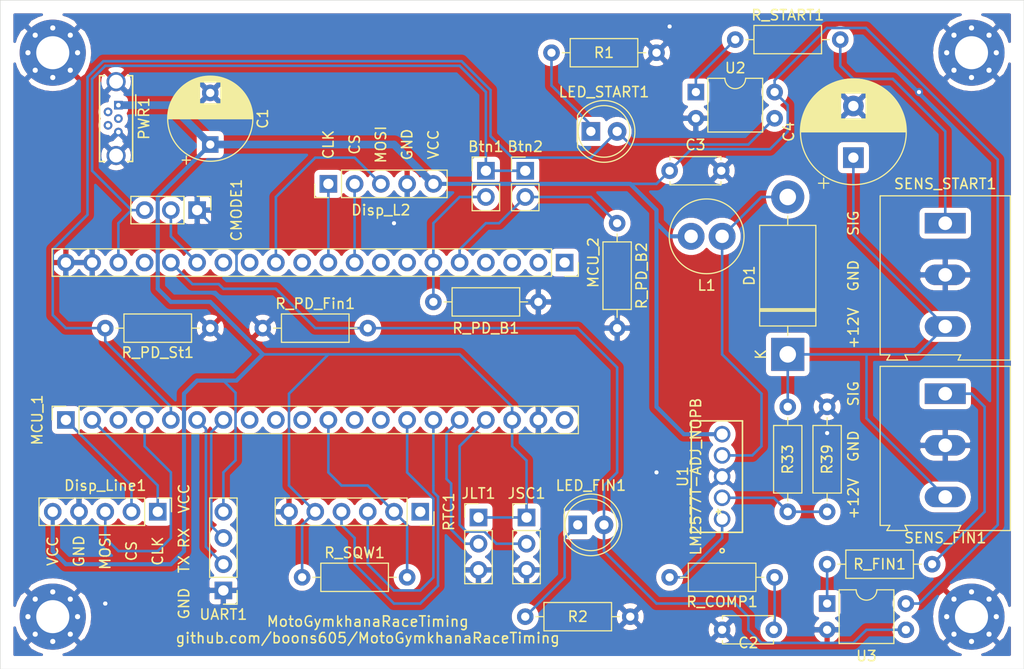
<source format=kicad_pcb>
(kicad_pcb (version 20171130) (host pcbnew "(5.1.6)-1")
  (layers (0 F.Cu signal) (31 B.Cu signal) (34 B.Paste user) (35 F.Paste user) (36 B.SilkS user) (37 F.SilkS user) (38 B.Mask user) (39 F.Mask user) (44 Edge.Cuts user))
  (net 0 "")
  (net 1 "Net-(C1-Pad2)")
  (net 2 "Net-(C1-Pad1)")
  (net 3 "Net-(C2-Pad2)")
  (net 4 "Net-(C4-Pad1)")
  (net 5 "Net-(D1-Pad2)")
  (net 6 "Net-(Disp_L2-Pad3)")
  (net 7 "Net-(Disp_L2-Pad2)")
  (net 8 "Net-(Disp_L2-Pad1)")
  (net 9 "Net-(Disp_Line1-Pad3)")
  (net 10 "Net-(Disp_Line1-Pad2)")
  (net 11 "Net-(Disp_Line1-Pad1)")
  (net 12 "Net-(LED_FIN1-Pad2)")
  (net 13 "Net-(LED_FIN1-Pad1)")
  (net 14 "Net-(LED_START1-Pad2)")
  (net 15 "Net-(LED_START1-Pad1)")
  (net 16 "Net-(MCU_1-Pad20)")
  (net 17 "Net-(MCU_1-Pad15)")
  (net 18 "Net-(MCU_1-Pad14)")
  (net 19 "Net-(MCU_1-Pad13)")
  (net 20 "Net-(MCU_1-Pad12)")
  (net 21 "Net-(MCU_1-Pad11)")
  (net 22 "Net-(MCU_1-Pad10)")
  (net 23 "Net-(MCU_1-Pad9)")
  (net 24 "Net-(MCU_1-Pad8)")
  (net 25 "Net-(MCU_1-Pad7)")
  (net 26 "Net-(MCU_1-Pad6)")
  (net 27 "Net-(MCU_1-Pad3)")
  (net 28 "Net-(MCU_2-Pad17)")
  (net 29 "Net-(MCU_2-Pad14)")
  (net 30 "Net-(MCU_2-Pad13)")
  (net 31 "Net-(MCU_2-Pad7)")
  (net 32 "Net-(MCU_2-Pad4)")
  (net 33 "Net-(MCU_2-Pad3)")
  (net 34 "Net-(MCU_2-Pad2)")
  (net 35 "Net-(MCU_2-Pad1)")
  (net 36 "Net-(PWR1-Pad4)")
  (net 37 "Net-(PWR1-Pad3)")
  (net 38 "Net-(PWR1-Pad2)")
  (net 39 "Net-(R_COMP1-Pad2)")
  (net 40 "Net-(R_FIN1-Pad2)")
  (net 41 "Net-(R_FIN1-Pad1)")
  (net 42 "Net-(R_START1-Pad2)")
  (net 43 "Net-(R_START1-Pad1)")
  (net 44 "Net-(RTC1-Pad1)")
  (net 45 "Net-(JLT1-Pad2)")
  (net 46 "Net-(JSC1-Pad2)")
  (net 47 "Net-(MCU_2-Pad8)")
  (net 48 "Net-(MCU_2-Pad11)")
  (net 49 "Net-(CMODE1-Pad2)")
  (net 50 "Net-(Btn1-Pad2)")
  (net 51 "Net-(Btn1-Pad1)")
  (net 52 "Net-(Btn2-Pad2)")
  (net 53 "Net-(R33-Pad1)")
  (module MotoGymkhanaRaceTiming:SensorConnector (layer F.Cu) (at 191.77 81.28 270)
    (fp_text reference SENS_START1 (at -3.81 0 180) (layer F.SilkS))
    (fp_text value Screw_Terminal_01x03)
    (fp_text user SIG (at 0 8.89 90) (layer F.SilkS))
    (fp_text user +12V (at 10.16 8.89 90) (layer F.SilkS))
    (fp_text user GND (at 5.08 8.89 90) (layer F.SilkS))
    (pad 3 thru_hole oval (at 10 0 270) (size 1.98 3.96) (drill 1.32) (layers *.Cu *.Mask) (net 4 "Net-(C4-Pad1)"))
    (pad 2 thru_hole oval (at 5 0 270) (size 1.98 3.96) (drill 1.32) (layers *.Cu *.Mask) (net 1 "Net-(C1-Pad2)"))
    (pad 1 thru_hole rect (at 0 0 270) (size 1.98 3.96) (drill 1.32) (layers *.Cu *.Mask) (net 42 "Net-(R_START1-Pad2)"))
  )
  (module MotoGymkhanaRaceTiming:SensorConnector (layer F.Cu) (at 191.77 97.79 270)
    (fp_text reference SENS_FIN1 (at 13.97 0 180) (layer F.SilkS))
    (fp_text value Screw_Terminal_01x03)
    (fp_text user SIG (at 0 8.89 90) (layer F.SilkS))
    (fp_text user +12V (at 10.16 8.89 90) (layer F.SilkS))
    (fp_text user GND (at 5.08 8.89 90) (layer F.SilkS))
    (pad 3 thru_hole oval (at 10 0 270) (size 1.98 3.96) (drill 1.32) (layers *.Cu *.Mask) (net 4 "Net-(C4-Pad1)"))
    (pad 2 thru_hole oval (at 5 0 270) (size 1.98 3.96) (drill 1.32) (layers *.Cu *.Mask) (net 1 "Net-(C1-Pad2)"))
    (pad 1 thru_hole rect (at 0 0 270) (size 1.98 3.96) (drill 1.32) (layers *.Cu *.Mask) (net 41 "Net-(R_FIN1-Pad1)"))
  )
  (module MotoGymkhanaRaceTiming:UART (layer F.Cu) (at 121.92 116.84 180)
    (fp_text reference UART1 (at 0 -2.33) (layer F.SilkS))
    (fp_text value Conn_01x04_Male)
    (fp_text user TX (at 3.81 2.54 90) (layer F.SilkS))
    (fp_text user RX (at 3.81 5.08 90) (layer F.SilkS))
    (fp_text user GND (at 3.81 -1.27 90) (layer F.SilkS))
    (fp_text user VCC (at 3.81 8.89 90) (layer F.SilkS))
    (pad 4 thru_hole oval (at 0 7.62 180) (size 1.7 1.7) (drill 1) (layers *.Cu *.Mask) (net 2 "Net-(C1-Pad1)"))
    (pad 3 thru_hole oval (at 0 5.08 180) (size 1.7 1.7) (drill 1) (layers *.Cu *.Mask) (net 25 "Net-(MCU_1-Pad7)"))
    (pad 2 thru_hole oval (at 0 2.54 180) (size 1.7 1.7) (drill 1) (layers *.Cu *.Mask) (net 26 "Net-(MCU_1-Pad6)"))
    (pad 1 thru_hole rect (at 0 0 180) (size 1.7 1.7) (drill 1) (layers *.Cu *.Mask) (net 1 "Net-(C1-Pad2)"))
  )
  (module MotoGymkhanaRaceTiming:DisplayLineConnector (layer F.Cu) (at 115.57 109.22 270)
    (fp_text reference Disp_Line1 (at -2.54 5.08 180) (layer F.SilkS))
    (fp_text value Conn_01x05_Male)
    (fp_text user CLK (at 3.81 0 90) (layer F.SilkS))
    (fp_text user CS (at 3.81 2.54 90) (layer F.SilkS))
    (fp_text user MOSI (at 3.81 5.08 90) (layer F.SilkS))
    (fp_text user GND (at 3.81 7.62 90) (layer F.SilkS))
    (fp_text user VCC (at 3.81 10.16 90) (layer F.SilkS))
    (pad 5 thru_hole oval (at 0 10.16 270) (size 1.7 1.7) (drill 1) (layers *.Cu *.Mask) (net 2 "Net-(C1-Pad1)"))
    (pad 4 thru_hole oval (at 0 7.62 270) (size 1.7 1.7) (drill 1) (layers *.Cu *.Mask) (net 1 "Net-(C1-Pad2)"))
    (pad 3 thru_hole oval (at 0 5.08 270) (size 1.7 1.7) (drill 1) (layers *.Cu *.Mask) (net 9 "Net-(Disp_Line1-Pad3)"))
    (pad 2 thru_hole oval (at 0 2.54 270) (size 1.7 1.7) (drill 1) (layers *.Cu *.Mask) (net 10 "Net-(Disp_Line1-Pad2)"))
    (pad 1 thru_hole rect (at 0 0 270) (size 1.7 1.7) (drill 1) (layers *.Cu *.Mask) (net 11 "Net-(Disp_Line1-Pad1)"))
  )
  (module MotoGymkhanaRaceTiming:DisplayLineConnector (layer F.Cu) (at 132.08 77.47 90)
    (fp_text reference Disp_L2 (at -2.54 5.08 180) (layer F.SilkS))
    (fp_text value Conn_01x05_Male)
    (fp_text user CLK (at 3.81 0 90) (layer F.SilkS))
    (fp_text user CS (at 3.81 2.54 90) (layer F.SilkS))
    (fp_text user MOSI (at 3.81 5.08 90) (layer F.SilkS))
    (fp_text user GND (at 3.81 7.62 90) (layer F.SilkS))
    (fp_text user VCC (at 3.81 10.16 90) (layer F.SilkS))
    (pad 5 thru_hole oval (at 0 10.16 90) (size 1.7 1.7) (drill 1) (layers *.Cu *.Mask) (net 2 "Net-(C1-Pad1)"))
    (pad 4 thru_hole oval (at 0 7.62 90) (size 1.7 1.7) (drill 1) (layers *.Cu *.Mask) (net 1 "Net-(C1-Pad2)"))
    (pad 3 thru_hole oval (at 0 5.08 90) (size 1.7 1.7) (drill 1) (layers *.Cu *.Mask) (net 6 "Net-(Disp_L2-Pad3)"))
    (pad 2 thru_hole oval (at 0 2.54 90) (size 1.7 1.7) (drill 1) (layers *.Cu *.Mask) (net 7 "Net-(Disp_L2-Pad2)"))
    (pad 1 thru_hole rect (at 0 0 90) (size 1.7 1.7) (drill 1) (layers *.Cu *.Mask) (net 8 "Net-(Disp_L2-Pad1)"))
  )
  (module MountingHole:MountingHole_3.2mm_M3_Pad_Via (layer F.Cu) (at 105.41 64.77)
    (fp_text reference H4 hide)
    (fp_text value MountingHole_Pad)
    (pad 1 thru_hole circle (at 1.697056 -1.697056) (size 0.8 0.8) (drill 0.5) (layers *.Cu *.Mask) (net 1 "Net-(C1-Pad2)"))
    (pad 1 thru_hole circle (at 0 -2.4) (size 0.8 0.8) (drill 0.5) (layers *.Cu *.Mask) (net 1 "Net-(C1-Pad2)"))
    (pad 1 thru_hole circle (at -1.697056 -1.697056) (size 0.8 0.8) (drill 0.5) (layers *.Cu *.Mask) (net 1 "Net-(C1-Pad2)"))
    (pad 1 thru_hole circle (at -2.4 0) (size 0.8 0.8) (drill 0.5) (layers *.Cu *.Mask) (net 1 "Net-(C1-Pad2)"))
    (pad 1 thru_hole circle (at -1.697056 1.697056) (size 0.8 0.8) (drill 0.5) (layers *.Cu *.Mask) (net 1 "Net-(C1-Pad2)"))
    (pad 1 thru_hole circle (at 0 2.4) (size 0.8 0.8) (drill 0.5) (layers *.Cu *.Mask) (net 1 "Net-(C1-Pad2)"))
    (pad 1 thru_hole circle (at 1.697056 1.697056) (size 0.8 0.8) (drill 0.5) (layers *.Cu *.Mask) (net 1 "Net-(C1-Pad2)"))
    (pad 1 thru_hole circle (at 2.4 0) (size 0.8 0.8) (drill 0.5) (layers *.Cu *.Mask) (net 1 "Net-(C1-Pad2)"))
    (pad 1 thru_hole circle (at 0 0) (size 6.4 6.4) (drill 3.2) (layers *.Cu *.Mask) (net 1 "Net-(C1-Pad2)"))
  )
  (module Capacitor_THT:CP_Radial_D8.0mm_P5.00mm (layer F.Cu) (at 120.65 73.66 90)
    (fp_text reference C1 (at 2.5 5.08 90) (layer F.SilkS))
    (fp_text value 100uF)
    (pad 2 thru_hole circle (at 5 0 90) (size 1.6 1.6) (drill 0.8) (layers *.Cu *.Mask) (net 1 "Net-(C1-Pad2)"))
    (pad 1 thru_hole rect (at 0 0 90) (size 1.6 1.6) (drill 0.8) (layers *.Cu *.Mask) (net 2 "Net-(C1-Pad1)"))
  )
  (module MountingHole:MountingHole_3.2mm_M3_Pad_Via (layer F.Cu) (at 105.41 119.38)
    (fp_text reference H3 hide)
    (fp_text value MountingHole_Pad)
    (pad 1 thru_hole circle (at 1.697056 -1.697056) (size 0.8 0.8) (drill 0.5) (layers *.Cu *.Mask) (net 1 "Net-(C1-Pad2)"))
    (pad 1 thru_hole circle (at 0 -2.4) (size 0.8 0.8) (drill 0.5) (layers *.Cu *.Mask) (net 1 "Net-(C1-Pad2)"))
    (pad 1 thru_hole circle (at -1.697056 -1.697056) (size 0.8 0.8) (drill 0.5) (layers *.Cu *.Mask) (net 1 "Net-(C1-Pad2)"))
    (pad 1 thru_hole circle (at -2.4 0) (size 0.8 0.8) (drill 0.5) (layers *.Cu *.Mask) (net 1 "Net-(C1-Pad2)"))
    (pad 1 thru_hole circle (at -1.697056 1.697056) (size 0.8 0.8) (drill 0.5) (layers *.Cu *.Mask) (net 1 "Net-(C1-Pad2)"))
    (pad 1 thru_hole circle (at 0 2.4) (size 0.8 0.8) (drill 0.5) (layers *.Cu *.Mask) (net 1 "Net-(C1-Pad2)"))
    (pad 1 thru_hole circle (at 1.697056 1.697056) (size 0.8 0.8) (drill 0.5) (layers *.Cu *.Mask) (net 1 "Net-(C1-Pad2)"))
    (pad 1 thru_hole circle (at 2.4 0) (size 0.8 0.8) (drill 0.5) (layers *.Cu *.Mask) (net 1 "Net-(C1-Pad2)"))
    (pad 1 thru_hole circle (at 0 0) (size 6.4 6.4) (drill 3.2) (layers *.Cu *.Mask) (net 1 "Net-(C1-Pad2)"))
  )
  (module MountingHole:MountingHole_3.2mm_M3_Pad_Via (layer F.Cu) (at 194.31 119.38)
    (fp_text reference H2 hide)
    (fp_text value MountingHole_Pad)
    (pad 1 thru_hole circle (at 1.697056 -1.697056) (size 0.8 0.8) (drill 0.5) (layers *.Cu *.Mask) (net 1 "Net-(C1-Pad2)"))
    (pad 1 thru_hole circle (at 0 -2.4) (size 0.8 0.8) (drill 0.5) (layers *.Cu *.Mask) (net 1 "Net-(C1-Pad2)"))
    (pad 1 thru_hole circle (at -1.697056 -1.697056) (size 0.8 0.8) (drill 0.5) (layers *.Cu *.Mask) (net 1 "Net-(C1-Pad2)"))
    (pad 1 thru_hole circle (at -2.4 0) (size 0.8 0.8) (drill 0.5) (layers *.Cu *.Mask) (net 1 "Net-(C1-Pad2)"))
    (pad 1 thru_hole circle (at -1.697056 1.697056) (size 0.8 0.8) (drill 0.5) (layers *.Cu *.Mask) (net 1 "Net-(C1-Pad2)"))
    (pad 1 thru_hole circle (at 0 2.4) (size 0.8 0.8) (drill 0.5) (layers *.Cu *.Mask) (net 1 "Net-(C1-Pad2)"))
    (pad 1 thru_hole circle (at 1.697056 1.697056) (size 0.8 0.8) (drill 0.5) (layers *.Cu *.Mask) (net 1 "Net-(C1-Pad2)"))
    (pad 1 thru_hole circle (at 2.4 0) (size 0.8 0.8) (drill 0.5) (layers *.Cu *.Mask) (net 1 "Net-(C1-Pad2)"))
    (pad 1 thru_hole circle (at 0 0) (size 6.4 6.4) (drill 3.2) (layers *.Cu *.Mask) (net 1 "Net-(C1-Pad2)"))
  )
  (module MountingHole:MountingHole_3.2mm_M3_Pad_Via (layer F.Cu) (at 194.31 64.77)
    (fp_text reference H1 hide)
    (fp_text value MountingHole_Pad)
    (pad 1 thru_hole circle (at 1.697056 -1.697056) (size 0.8 0.8) (drill 0.5) (layers *.Cu *.Mask) (net 1 "Net-(C1-Pad2)"))
    (pad 1 thru_hole circle (at 0 -2.4) (size 0.8 0.8) (drill 0.5) (layers *.Cu *.Mask) (net 1 "Net-(C1-Pad2)"))
    (pad 1 thru_hole circle (at -1.697056 -1.697056) (size 0.8 0.8) (drill 0.5) (layers *.Cu *.Mask) (net 1 "Net-(C1-Pad2)"))
    (pad 1 thru_hole circle (at -2.4 0) (size 0.8 0.8) (drill 0.5) (layers *.Cu *.Mask) (net 1 "Net-(C1-Pad2)"))
    (pad 1 thru_hole circle (at -1.697056 1.697056) (size 0.8 0.8) (drill 0.5) (layers *.Cu *.Mask) (net 1 "Net-(C1-Pad2)"))
    (pad 1 thru_hole circle (at 0 2.4) (size 0.8 0.8) (drill 0.5) (layers *.Cu *.Mask) (net 1 "Net-(C1-Pad2)"))
    (pad 1 thru_hole circle (at 1.697056 1.697056) (size 0.8 0.8) (drill 0.5) (layers *.Cu *.Mask) (net 1 "Net-(C1-Pad2)"))
    (pad 1 thru_hole circle (at 2.4 0) (size 0.8 0.8) (drill 0.5) (layers *.Cu *.Mask) (net 1 "Net-(C1-Pad2)"))
    (pad 1 thru_hole circle (at 0 0) (size 6.4 6.4) (drill 3.2) (layers *.Cu *.Mask) (net 1 "Net-(C1-Pad2)"))
  )
  (module Capacitor_THT:CP_Radial_D10.0mm_P5.00mm (layer F.Cu) (at 182.88 74.93 90)
    (fp_text reference C4 (at 2.5 -6.25 90) (layer F.SilkS))
    (fp_text value 680uF)
    (pad 2 thru_hole circle (at 5 0 90) (size 2 2) (drill 1) (layers *.Cu *.Mask) (net 1 "Net-(C1-Pad2)"))
    (pad 1 thru_hole rect (at 0 0 90) (size 2 2) (drill 1) (layers *.Cu *.Mask) (net 4 "Net-(C4-Pad1)"))
  )
  (module Resistor_THT:R_Axial_DIN0207_L6.3mm_D2.5mm_P10.16mm_Horizontal (layer F.Cu) (at 171.45 63.5)
    (fp_text reference R_START1 (at 5.08 -2.37) (layer F.SilkS))
    (fp_text value 470)
    (pad 2 thru_hole oval (at 10.16 0) (size 1.6 1.6) (drill 0.8) (layers *.Cu *.Mask) (net 42 "Net-(R_START1-Pad2)"))
    (pad 1 thru_hole circle (at 0 0) (size 1.6 1.6) (drill 0.8) (layers *.Cu *.Mask) (net 43 "Net-(R_START1-Pad1)"))
  )
  (module Connector_PinHeader_2.54mm:PinHeader_1x03_P2.54mm_Vertical (layer F.Cu) (at 146.605001 109.775001)
    (fp_text reference JLT1 (at 0 -2.33) (layer F.SilkS))
    (fp_text value Conn_01x03_Male)
    (pad 3 thru_hole oval (at 0 5.08) (size 1.7 1.7) (drill 1) (layers *.Cu *.Mask) (net 1 "Net-(C1-Pad2)"))
    (pad 2 thru_hole oval (at 0 2.54) (size 1.7 1.7) (drill 1) (layers *.Cu *.Mask) (net 45 "Net-(JLT1-Pad2)"))
    (pad 1 thru_hole rect (at 0 0) (size 1.7 1.7) (drill 1) (layers *.Cu *.Mask) (net 2 "Net-(C1-Pad1)"))
  )
  (module footprints:LM2577T-ADJ&slash_NOPB (layer F.Cu) (at 170.18 109.22 90)
    (fp_text reference U1 (at 3.4036 -3.81 90) (layer F.SilkS))
    (fp_text value LM2577T-ADJ_NOPB (at 3.4036 -2.54 90) (layer F.SilkS))
    (fp_text user * (at 0 0 90) (layer F.SilkS))
    (pad 5 thru_hole circle (at 7.5072 0 90) (size 1.6002 1.6002) (drill 1.0922) (layers *.Cu *.Mask) (net 2 "Net-(C1-Pad1)"))
    (pad 4 thru_hole circle (at 5.4554 0 90) (size 1.6002 1.6002) (drill 1.0922) (layers *.Cu *.Mask) (net 5 "Net-(D1-Pad2)"))
    (pad 3 thru_hole circle (at 3.4036 0 90) (size 1.6002 1.6002) (drill 1.0922) (layers *.Cu *.Mask) (net 1 "Net-(C1-Pad2)"))
    (pad 2 thru_hole circle (at 1.3518 0 90) (size 1.6002 1.6002) (drill 1.0922) (layers *.Cu *.Mask) (net 53 "Net-(R33-Pad1)"))
    (pad 1 thru_hole circle (at -0.7 0 90) (size 1.6002 1.6002) (drill 1.0922) (layers *.Cu *.Mask) (net 39 "Net-(R_COMP1-Pad2)"))
  )
  (module Inductor_THT:L_Radial_D7.0mm_P3.00mm (layer F.Cu) (at 170.18 82.55 180)
    (fp_text reference L1 (at 1.5 -4.75) (layer F.SilkS))
    (fp_text value 100uH)
    (pad 2 thru_hole circle (at 3 0 180) (size 2.6 2.6) (drill 1.3) (layers *.Cu *.Mask) (net 2 "Net-(C1-Pad1)"))
    (pad 1 thru_hole circle (at 0 0 180) (size 2.6 2.6) (drill 1.3) (layers *.Cu *.Mask) (net 5 "Net-(D1-Pad2)"))
  )
  (module Capacitor_THT:C_Disc_D4.7mm_W2.5mm_P5.00mm (layer F.Cu) (at 165.1 76.2)
    (fp_text reference C3 (at 2.5 -2.5) (layer F.SilkS))
    (fp_text value 0.1uF)
    (pad 2 thru_hole circle (at 5 0) (size 1.6 1.6) (drill 0.8) (layers *.Cu *.Mask) (net 1 "Net-(C1-Pad2)"))
    (pad 1 thru_hole circle (at 0 0) (size 1.6 1.6) (drill 0.8) (layers *.Cu *.Mask) (net 2 "Net-(C1-Pad1)"))
  )
  (module Capacitor_THT:C_Disc_D4.7mm_W2.5mm_P5.00mm (layer F.Cu) (at 170.18 120.65)
    (fp_text reference C2 (at 2.54 1.27) (layer F.SilkS))
    (fp_text value 0.33uF)
    (pad 2 thru_hole circle (at 5 0) (size 1.6 1.6) (drill 0.8) (layers *.Cu *.Mask) (net 3 "Net-(C2-Pad2)"))
    (pad 1 thru_hole circle (at 0 0) (size 1.6 1.6) (drill 0.8) (layers *.Cu *.Mask) (net 1 "Net-(C1-Pad2)"))
  )
  (module Resistor_THT:R_Axial_DIN0207_L6.3mm_D2.5mm_P10.16mm_Horizontal (layer F.Cu) (at 160.02 81.28 270)
    (fp_text reference R_PD_B2 (at 5.08 -2.37 90) (layer F.SilkS))
    (fp_text value 10k)
    (pad 2 thru_hole oval (at 10.16 0 270) (size 1.6 1.6) (drill 0.8) (layers *.Cu *.Mask) (net 1 "Net-(C1-Pad2)"))
    (pad 1 thru_hole circle (at 0 0 270) (size 1.6 1.6) (drill 0.8) (layers *.Cu *.Mask) (net 52 "Net-(Btn2-Pad2)"))
  )
  (module Resistor_THT:R_Axial_DIN0207_L6.3mm_D2.5mm_P10.16mm_Horizontal (layer F.Cu) (at 142.24 88.9)
    (fp_text reference R_PD_B1 (at 5.08 2.54) (layer F.SilkS))
    (fp_text value 10k)
    (pad 2 thru_hole oval (at 10.16 0) (size 1.6 1.6) (drill 0.8) (layers *.Cu *.Mask) (net 1 "Net-(C1-Pad2)"))
    (pad 1 thru_hole circle (at 0 0) (size 1.6 1.6) (drill 0.8) (layers *.Cu *.Mask) (net 50 "Net-(Btn1-Pad2)"))
  )
  (module Resistor_THT:R_Axial_DIN0207_L6.3mm_D2.5mm_P10.16mm_Horizontal (layer F.Cu) (at 180.34 99.06 270)
    (fp_text reference R39 (at 5.08 0 90) (layer F.SilkS))
    (fp_text value 3k9)
    (pad 2 thru_hole oval (at 10.16 0 270) (size 1.6 1.6) (drill 0.8) (layers *.Cu *.Mask) (net 53 "Net-(R33-Pad1)"))
    (pad 1 thru_hole circle (at 0 0 270) (size 1.6 1.6) (drill 0.8) (layers *.Cu *.Mask) (net 1 "Net-(C1-Pad2)"))
  )
  (module Resistor_THT:R_Axial_DIN0207_L6.3mm_D2.5mm_P10.16mm_Horizontal (layer F.Cu) (at 176.53 109.22 90)
    (fp_text reference R33 (at 5.08 0 90) (layer F.SilkS))
    (fp_text value 33k)
    (pad 2 thru_hole oval (at 10.16 0 90) (size 1.6 1.6) (drill 0.8) (layers *.Cu *.Mask) (net 4 "Net-(C4-Pad1)"))
    (pad 1 thru_hole circle (at 0 0 90) (size 1.6 1.6) (drill 0.8) (layers *.Cu *.Mask) (net 53 "Net-(R33-Pad1)"))
  )
  (module Connector_PinHeader_2.54mm:PinHeader_1x02_P2.54mm_Vertical (layer F.Cu) (at 151.13 76.2)
    (fp_text reference Btn2 (at 0 -2.33) (layer F.SilkS))
    (fp_text value Conn_01x02_Male)
    (pad 2 thru_hole oval (at 0 2.54) (size 1.7 1.7) (drill 1) (layers *.Cu *.Mask) (net 52 "Net-(Btn2-Pad2)"))
    (pad 1 thru_hole rect (at 0 0) (size 1.7 1.7) (drill 1) (layers *.Cu *.Mask) (net 51 "Net-(Btn1-Pad1)"))
  )
  (module Connector_PinHeader_2.54mm:PinHeader_1x02_P2.54mm_Vertical (layer F.Cu) (at 147.32 76.2)
    (fp_text reference Btn1 (at 0 -2.33) (layer F.SilkS))
    (fp_text value Conn_01x02_Male)
    (pad 2 thru_hole oval (at 0 2.54) (size 1.7 1.7) (drill 1) (layers *.Cu *.Mask) (net 50 "Net-(Btn1-Pad2)"))
    (pad 1 thru_hole rect (at 0 0) (size 1.7 1.7) (drill 1) (layers *.Cu *.Mask) (net 51 "Net-(Btn1-Pad1)"))
  )
  (module Connector_PinHeader_2.54mm:PinHeader_1x03_P2.54mm_Vertical (layer F.Cu) (at 119.38 80.01 270)
    (fp_text reference CMODE1 (at 0 -3.81 90) (layer F.SilkS))
    (fp_text value Conn_01x03_Male)
    (pad 3 thru_hole oval (at 0 5.08 270) (size 1.7 1.7) (drill 1) (layers *.Cu *.Mask) (net 51 "Net-(Btn1-Pad1)"))
    (pad 2 thru_hole oval (at 0 2.54 270) (size 1.7 1.7) (drill 1) (layers *.Cu *.Mask) (net 49 "Net-(CMODE1-Pad2)"))
    (pad 1 thru_hole rect (at 0 0 270) (size 1.7 1.7) (drill 1) (layers *.Cu *.Mask) (net 1 "Net-(C1-Pad2)"))
  )
  (module Connector_PinHeader_2.54mm:PinHeader_1x03_P2.54mm_Vertical (layer F.Cu) (at 151.255001 109.775001)
    (fp_text reference JSC1 (at 0 -2.33) (layer F.SilkS))
    (fp_text value Conn_01x03_Male)
    (pad 3 thru_hole oval (at 0 5.08) (size 1.7 1.7) (drill 1) (layers *.Cu *.Mask) (net 1 "Net-(C1-Pad2)"))
    (pad 2 thru_hole oval (at 0 2.54) (size 1.7 1.7) (drill 1) (layers *.Cu *.Mask) (net 46 "Net-(JSC1-Pad2)"))
    (pad 1 thru_hole rect (at 0 0) (size 1.7 1.7) (drill 1) (layers *.Cu *.Mask) (net 2 "Net-(C1-Pad1)"))
  )
  (module Package_DIP:DIP-4_W7.62mm (layer F.Cu) (at 180.34 118.11)
    (fp_text reference U3 (at 3.81 5.08) (layer F.SilkS))
    (fp_text value PC817)
    (pad 4 thru_hole oval (at 7.62 0) (size 1.6 1.6) (drill 0.8) (layers *.Cu *.Mask) (net 2 "Net-(C1-Pad1)"))
    (pad 2 thru_hole oval (at 0 2.54) (size 1.6 1.6) (drill 0.8) (layers *.Cu *.Mask) (net 1 "Net-(C1-Pad2)"))
    (pad 3 thru_hole oval (at 7.62 2.54) (size 1.6 1.6) (drill 0.8) (layers *.Cu *.Mask) (net 12 "Net-(LED_FIN1-Pad2)"))
    (pad 1 thru_hole rect (at 0 0) (size 1.6 1.6) (drill 0.8) (layers *.Cu *.Mask) (net 40 "Net-(R_FIN1-Pad2)"))
  )
  (module Package_DIP:DIP-4_W7.62mm (layer F.Cu) (at 167.64 68.58)
    (fp_text reference U2 (at 3.81 -2.33) (layer F.SilkS))
    (fp_text value PC817)
    (pad 4 thru_hole oval (at 7.62 0) (size 1.6 1.6) (drill 0.8) (layers *.Cu *.Mask) (net 2 "Net-(C1-Pad1)"))
    (pad 2 thru_hole oval (at 0 2.54) (size 1.6 1.6) (drill 0.8) (layers *.Cu *.Mask) (net 1 "Net-(C1-Pad2)"))
    (pad 3 thru_hole oval (at 7.62 2.54) (size 1.6 1.6) (drill 0.8) (layers *.Cu *.Mask) (net 14 "Net-(LED_START1-Pad2)"))
    (pad 1 thru_hole rect (at 0 0) (size 1.6 1.6) (drill 0.8) (layers *.Cu *.Mask) (net 43 "Net-(R_START1-Pad1)"))
  )
  (module Connector_PinSocket_2.54mm:PinSocket_1x06_P2.54mm_Vertical (layer F.Cu) (at 140.97 109.22 270)
    (fp_text reference RTC1 (at 0 -2.77 90) (layer F.SilkS))
    (fp_text value Conn_01x06_Female)
    (pad 6 thru_hole oval (at 0 12.7 270) (size 1.7 1.7) (drill 1) (layers *.Cu *.Mask) (net 1 "Net-(C1-Pad2)"))
    (pad 5 thru_hole oval (at 0 10.16 270) (size 1.7 1.7) (drill 1) (layers *.Cu *.Mask) (net 2 "Net-(C1-Pad1)"))
    (pad 4 thru_hole oval (at 0 7.62 270) (size 1.7 1.7) (drill 1) (layers *.Cu *.Mask) (net 17 "Net-(MCU_1-Pad15)"))
    (pad 3 thru_hole oval (at 0 5.08 270) (size 1.7 1.7) (drill 1) (layers *.Cu *.Mask) (net 18 "Net-(MCU_1-Pad14)"))
    (pad 2 thru_hole oval (at 0 2.54 270) (size 1.7 1.7) (drill 1) (layers *.Cu *.Mask) (net 21 "Net-(MCU_1-Pad11)"))
    (pad 1 thru_hole rect (at 0 0 270) (size 1.7 1.7) (drill 1) (layers *.Cu *.Mask) (net 44 "Net-(RTC1-Pad1)"))
  )
  (module Resistor_THT:R_Axial_DIN0207_L6.3mm_D2.5mm_P10.16mm_Horizontal (layer F.Cu) (at 129.54 115.57)
    (fp_text reference R_SQW1 (at 5.08 -2.37) (layer F.SilkS))
    (fp_text value 1k)
    (pad 2 thru_hole oval (at 10.16 0) (size 1.6 1.6) (drill 0.8) (layers *.Cu *.Mask) (net 21 "Net-(MCU_1-Pad11)"))
    (pad 1 thru_hole circle (at 0 0) (size 1.6 1.6) (drill 0.8) (layers *.Cu *.Mask) (net 2 "Net-(C1-Pad1)"))
  )
  (module Resistor_THT:R_Axial_DIN0207_L6.3mm_D2.5mm_P10.16mm_Horizontal (layer F.Cu) (at 120.65 91.44 180)
    (fp_text reference R_PD_St1 (at 5.08 -2.37) (layer F.SilkS))
    (fp_text value 10k)
    (pad 2 thru_hole oval (at 10.16 0 180) (size 1.6 1.6) (drill 0.8) (layers *.Cu *.Mask) (net 14 "Net-(LED_START1-Pad2)"))
    (pad 1 thru_hole circle (at 0 0 180) (size 1.6 1.6) (drill 0.8) (layers *.Cu *.Mask) (net 1 "Net-(C1-Pad2)"))
  )
  (module Resistor_THT:R_Axial_DIN0207_L6.3mm_D2.5mm_P10.16mm_Horizontal (layer F.Cu) (at 125.73 91.44)
    (fp_text reference R_PD_Fin1 (at 5.08 -2.37) (layer F.SilkS))
    (fp_text value 10k)
    (pad 2 thru_hole oval (at 10.16 0) (size 1.6 1.6) (drill 0.8) (layers *.Cu *.Mask) (net 12 "Net-(LED_FIN1-Pad2)"))
    (pad 1 thru_hole circle (at 0 0) (size 1.6 1.6) (drill 0.8) (layers *.Cu *.Mask) (net 1 "Net-(C1-Pad2)"))
  )
  (module Resistor_THT:R_Axial_DIN0207_L6.3mm_D2.5mm_P10.16mm_Horizontal (layer F.Cu) (at 190.5 114.3 180)
    (fp_text reference R_FIN1 (at 5.08 0) (layer F.SilkS))
    (fp_text value 470)
    (pad 2 thru_hole oval (at 10.16 0 180) (size 1.6 1.6) (drill 0.8) (layers *.Cu *.Mask) (net 40 "Net-(R_FIN1-Pad2)"))
    (pad 1 thru_hole circle (at 0 0 180) (size 1.6 1.6) (drill 0.8) (layers *.Cu *.Mask) (net 41 "Net-(R_FIN1-Pad1)"))
  )
  (module Resistor_THT:R_Axial_DIN0207_L6.3mm_D2.5mm_P10.16mm_Horizontal (layer F.Cu) (at 175.26 115.57 180)
    (fp_text reference R_COMP1 (at 5.08 -2.37) (layer F.SilkS))
    (fp_text value 2k2)
    (pad 2 thru_hole oval (at 10.16 0 180) (size 1.6 1.6) (drill 0.8) (layers *.Cu *.Mask) (net 39 "Net-(R_COMP1-Pad2)"))
    (pad 1 thru_hole circle (at 0 0 180) (size 1.6 1.6) (drill 0.8) (layers *.Cu *.Mask) (net 3 "Net-(C2-Pad2)"))
  )
  (module Resistor_THT:R_Axial_DIN0207_L6.3mm_D2.5mm_P10.16mm_Horizontal (layer F.Cu) (at 161.29 119.38 180)
    (fp_text reference R2 (at 5.08 0) (layer F.SilkS))
    (fp_text value 220R)
    (pad 2 thru_hole oval (at 10.16 0 180) (size 1.6 1.6) (drill 0.8) (layers *.Cu *.Mask) (net 13 "Net-(LED_FIN1-Pad1)"))
    (pad 1 thru_hole circle (at 0 0 180) (size 1.6 1.6) (drill 0.8) (layers *.Cu *.Mask) (net 1 "Net-(C1-Pad2)"))
  )
  (module Resistor_THT:R_Axial_DIN0207_L6.3mm_D2.5mm_P10.16mm_Horizontal (layer F.Cu) (at 163.83 64.77 180)
    (fp_text reference R1 (at 5.08 0) (layer F.SilkS))
    (fp_text value 220R)
    (pad 1 thru_hole circle (at 0 0 180) (size 1.6 1.6) (drill 0.8) (layers *.Cu *.Mask) (net 1 "Net-(C1-Pad2)"))
    (pad 2 thru_hole oval (at 10.16 0 180) (size 1.6 1.6) (drill 0.8) (layers *.Cu *.Mask) (net 15 "Net-(LED_START1-Pad1)"))
  )
  (module Connector_USB:USB_Micro-B_Wuerth_614105150721_Vertical_CircularHoles (layer F.Cu) (at 111.76 69.85 270)
    (fp_text reference PWR1 (at 1.3 -2.48 90) (layer F.SilkS))
    (fp_text value USB_B_Micro)
    (pad 6 thru_hole circle (at 4.875 0.22 270) (size 1.85 1.85) (drill 1.35) (layers *.Cu *.Mask) (net 1 "Net-(C1-Pad2)"))
    (pad 6 thru_hole circle (at -2.275 0.22 270) (size 1.85 1.85) (drill 1.35) (layers *.Cu *.Mask) (net 1 "Net-(C1-Pad2)"))
    (pad 5 thru_hole circle (at 2.6 0 270) (size 0.84 0.84) (drill 0.44) (layers *.Cu *.Mask) (net 1 "Net-(C1-Pad2)"))
    (pad 4 thru_hole circle (at 1.95 1 270) (size 0.84 0.84) (drill 0.44) (layers *.Cu *.Mask) (net 36 "Net-(PWR1-Pad4)"))
    (pad 3 thru_hole circle (at 1.3 0 270) (size 0.84 0.84) (drill 0.44) (layers *.Cu *.Mask) (net 37 "Net-(PWR1-Pad3)"))
    (pad 2 thru_hole circle (at 0.65 1 270) (size 0.84 0.84) (drill 0.44) (layers *.Cu *.Mask) (net 38 "Net-(PWR1-Pad2)"))
    (pad 1 thru_hole rect (at 0 0 270) (size 0.84 0.84) (drill 0.44) (layers *.Cu *.Mask) (net 2 "Net-(C1-Pad1)"))
  )
  (module Connector_PinSocket_2.54mm:PinSocket_1x20_P2.54mm_Vertical (layer F.Cu) (at 154.94 85.09 270)
    (fp_text reference MCU_2 (at 0 -2.77 90) (layer F.SilkS))
    (fp_text value Conn_01x20_Female)
    (pad 20 thru_hole oval (at 0 48.26 270) (size 1.7 1.7) (drill 1) (layers *.Cu *.Mask) (net 1 "Net-(C1-Pad2)"))
    (pad 19 thru_hole oval (at 0 45.72 270) (size 1.7 1.7) (drill 1) (layers *.Cu *.Mask) (net 1 "Net-(C1-Pad2)"))
    (pad 18 thru_hole oval (at 0 43.18 270) (size 1.7 1.7) (drill 1) (layers *.Cu *.Mask) (net 51 "Net-(Btn1-Pad1)"))
    (pad 17 thru_hole oval (at 0 40.64 270) (size 1.7 1.7) (drill 1) (layers *.Cu *.Mask) (net 28 "Net-(MCU_2-Pad17)"))
    (pad 16 thru_hole oval (at 0 38.1 270) (size 1.7 1.7) (drill 1) (layers *.Cu *.Mask) (net 12 "Net-(LED_FIN1-Pad2)"))
    (pad 15 thru_hole oval (at 0 35.56 270) (size 1.7 1.7) (drill 1) (layers *.Cu *.Mask) (net 49 "Net-(CMODE1-Pad2)"))
    (pad 14 thru_hole oval (at 0 33.02 270) (size 1.7 1.7) (drill 1) (layers *.Cu *.Mask) (net 29 "Net-(MCU_2-Pad14)"))
    (pad 13 thru_hole oval (at 0 30.48 270) (size 1.7 1.7) (drill 1) (layers *.Cu *.Mask) (net 30 "Net-(MCU_2-Pad13)"))
    (pad 12 thru_hole oval (at 0 27.94 270) (size 1.7 1.7) (drill 1) (layers *.Cu *.Mask) (net 6 "Net-(Disp_L2-Pad3)"))
    (pad 11 thru_hole oval (at 0 25.4 270) (size 1.7 1.7) (drill 1) (layers *.Cu *.Mask) (net 48 "Net-(MCU_2-Pad11)"))
    (pad 10 thru_hole oval (at 0 22.86 270) (size 1.7 1.7) (drill 1) (layers *.Cu *.Mask) (net 8 "Net-(Disp_L2-Pad1)"))
    (pad 9 thru_hole oval (at 0 20.32 270) (size 1.7 1.7) (drill 1) (layers *.Cu *.Mask) (net 7 "Net-(Disp_L2-Pad2)"))
    (pad 8 thru_hole oval (at 0 17.78 270) (size 1.7 1.7) (drill 1) (layers *.Cu *.Mask) (net 47 "Net-(MCU_2-Pad8)"))
    (pad 7 thru_hole oval (at 0 15.24 270) (size 1.7 1.7) (drill 1) (layers *.Cu *.Mask) (net 31 "Net-(MCU_2-Pad7)"))
    (pad 6 thru_hole oval (at 0 12.7 270) (size 1.7 1.7) (drill 1) (layers *.Cu *.Mask) (net 50 "Net-(Btn1-Pad2)"))
    (pad 5 thru_hole oval (at 0 10.16 270) (size 1.7 1.7) (drill 1) (layers *.Cu *.Mask) (net 52 "Net-(Btn2-Pad2)"))
    (pad 4 thru_hole oval (at 0 7.62 270) (size 1.7 1.7) (drill 1) (layers *.Cu *.Mask) (net 32 "Net-(MCU_2-Pad4)"))
    (pad 3 thru_hole oval (at 0 5.08 270) (size 1.7 1.7) (drill 1) (layers *.Cu *.Mask) (net 33 "Net-(MCU_2-Pad3)"))
    (pad 2 thru_hole oval (at 0 2.54 270) (size 1.7 1.7) (drill 1) (layers *.Cu *.Mask) (net 34 "Net-(MCU_2-Pad2)"))
    (pad 1 thru_hole rect (at 0 0 270) (size 1.7 1.7) (drill 1) (layers *.Cu *.Mask) (net 35 "Net-(MCU_2-Pad1)"))
  )
  (module Connector_PinSocket_2.54mm:PinSocket_1x20_P2.54mm_Vertical (layer F.Cu) (at 106.68 100.33 90)
    (fp_text reference MCU_1 (at 0 -2.77 90) (layer F.SilkS))
    (fp_text value Conn_01x20_Female)
    (pad 20 thru_hole oval (at 0 48.26 90) (size 1.7 1.7) (drill 1) (layers *.Cu *.Mask) (net 16 "Net-(MCU_1-Pad20)"))
    (pad 19 thru_hole oval (at 0 45.72 90) (size 1.7 1.7) (drill 1) (layers *.Cu *.Mask) (net 1 "Net-(C1-Pad2)"))
    (pad 18 thru_hole oval (at 0 43.18 90) (size 1.7 1.7) (drill 1) (layers *.Cu *.Mask) (net 2 "Net-(C1-Pad1)"))
    (pad 17 thru_hole oval (at 0 40.64 90) (size 1.7 1.7) (drill 1) (layers *.Cu *.Mask) (net 46 "Net-(JSC1-Pad2)"))
    (pad 16 thru_hole oval (at 0 38.1 90) (size 1.7 1.7) (drill 1) (layers *.Cu *.Mask) (net 45 "Net-(JLT1-Pad2)"))
    (pad 15 thru_hole oval (at 0 35.56 90) (size 1.7 1.7) (drill 1) (layers *.Cu *.Mask) (net 17 "Net-(MCU_1-Pad15)"))
    (pad 14 thru_hole oval (at 0 33.02 90) (size 1.7 1.7) (drill 1) (layers *.Cu *.Mask) (net 18 "Net-(MCU_1-Pad14)"))
    (pad 13 thru_hole oval (at 0 30.48 90) (size 1.7 1.7) (drill 1) (layers *.Cu *.Mask) (net 19 "Net-(MCU_1-Pad13)"))
    (pad 12 thru_hole oval (at 0 27.94 90) (size 1.7 1.7) (drill 1) (layers *.Cu *.Mask) (net 20 "Net-(MCU_1-Pad12)"))
    (pad 11 thru_hole oval (at 0 25.4 90) (size 1.7 1.7) (drill 1) (layers *.Cu *.Mask) (net 21 "Net-(MCU_1-Pad11)"))
    (pad 10 thru_hole oval (at 0 22.86 90) (size 1.7 1.7) (drill 1) (layers *.Cu *.Mask) (net 22 "Net-(MCU_1-Pad10)"))
    (pad 9 thru_hole oval (at 0 20.32 90) (size 1.7 1.7) (drill 1) (layers *.Cu *.Mask) (net 23 "Net-(MCU_1-Pad9)"))
    (pad 8 thru_hole oval (at 0 17.78 90) (size 1.7 1.7) (drill 1) (layers *.Cu *.Mask) (net 24 "Net-(MCU_1-Pad8)"))
    (pad 7 thru_hole oval (at 0 15.24 90) (size 1.7 1.7) (drill 1) (layers *.Cu *.Mask) (net 25 "Net-(MCU_1-Pad7)"))
    (pad 6 thru_hole oval (at 0 12.7 90) (size 1.7 1.7) (drill 1) (layers *.Cu *.Mask) (net 26 "Net-(MCU_1-Pad6)"))
    (pad 5 thru_hole oval (at 0 10.16 90) (size 1.7 1.7) (drill 1) (layers *.Cu *.Mask) (net 14 "Net-(LED_START1-Pad2)"))
    (pad 4 thru_hole oval (at 0 7.62 90) (size 1.7 1.7) (drill 1) (layers *.Cu *.Mask) (net 9 "Net-(Disp_Line1-Pad3)"))
    (pad 3 thru_hole oval (at 0 5.08 90) (size 1.7 1.7) (drill 1) (layers *.Cu *.Mask) (net 27 "Net-(MCU_1-Pad3)"))
    (pad 2 thru_hole oval (at 0 2.54 90) (size 1.7 1.7) (drill 1) (layers *.Cu *.Mask) (net 11 "Net-(Disp_Line1-Pad1)"))
    (pad 1 thru_hole rect (at 0 0 90) (size 1.7 1.7) (drill 1) (layers *.Cu *.Mask) (net 10 "Net-(Disp_Line1-Pad2)"))
  )
  (module LED_THT:LED_D5.0mm (layer F.Cu) (at 157.48 72.39)
    (fp_text reference LED_START1 (at 1.27 -3.81) (layer F.SilkS))
    (fp_text value RED)
    (pad 2 thru_hole circle (at 2.54 0) (size 1.8 1.8) (drill 0.9) (layers *.Cu *.Mask) (net 14 "Net-(LED_START1-Pad2)"))
    (pad 1 thru_hole rect (at 0 0) (size 1.8 1.8) (drill 0.9) (layers *.Cu *.Mask) (net 15 "Net-(LED_START1-Pad1)"))
  )
  (module LED_THT:LED_D5.0mm (layer F.Cu) (at 156.21 110.49)
    (fp_text reference LED_FIN1 (at 1.27 -3.81) (layer F.SilkS))
    (fp_text value GREEN)
    (pad 2 thru_hole circle (at 2.54 0) (size 1.8 1.8) (drill 0.9) (layers *.Cu *.Mask) (net 12 "Net-(LED_FIN1-Pad2)"))
    (pad 1 thru_hole rect (at 0 0) (size 1.8 1.8) (drill 0.9) (layers *.Cu *.Mask) (net 13 "Net-(LED_FIN1-Pad1)"))
  )
  (module Diode_THT:D_DO-201AD_P15.24mm_Horizontal (layer F.Cu) (at 176.53 93.98 90)
    (fp_text reference D1 (at 7.62 -3.72 90) (layer F.SilkS))
    (fp_text value 1N5822)
    (fp_text user K (at 0 -2.6 90) (layer F.SilkS))
    (pad 2 thru_hole oval (at 15.24 0 90) (size 3.2 3.2) (drill 1.6) (layers *.Cu *.Mask) (net 5 "Net-(D1-Pad2)"))
    (pad 1 thru_hole rect (at 0 0 90) (size 3.2 3.2) (drill 1.6) (layers *.Cu *.Mask) (net 4 "Net-(C4-Pad1)"))
  )
  (gr_line (start 100.33 124.46) (end 100.33 59.69) (layer Edge.Cuts) (width 0.05))
  (gr_line (start 199.39 124.46) (end 100.33 124.46) (layer Edge.Cuts) (width 0.05))
  (gr_line (start 199.39 59.69) (end 199.39 124.46) (layer Edge.Cuts) (width 0.05))
  (gr_line (start 100.33 59.69) (end 199.39 59.69) (layer Edge.Cuts) (width 0.05))
  (gr_text "MotoGymkhanaRaceTiming\ngithub.com/boons605/MotoGymkhanaRaceTiming" (at 135.89 120.65) (layer F.SilkS) (effects (font (size 1 1))))
  (via (at 110.49 118.11) (size 0.8) (drill 0.4) (layers F.Cu B.Cu) (net 1))
  (via (at 110.49 118.11) (size 0.8) (drill 0.4) (layers F.Cu B.Cu) (net 1))
  (via (at 180.34 101.6) (size 0.8) (drill 0.4) (layers F.Cu B.Cu) (net 1))
  (via (at 189.23 68.58) (size 0.8) (drill 0.4) (layers F.Cu B.Cu) (net 1))
  (via (at 165.1 62.23) (size 0.8) (drill 0.4) (layers F.Cu B.Cu) (net 1))
  (via (at 163.83 105.41) (size 0.8) (drill 0.4) (layers F.Cu B.Cu) (net 1))
  (segment (start 119.38 80.01) (end 123.19 83.82) (width 0.25) (layer B.Cu) (net 1))
  (segment (start 123.19 83.82) (end 123.19 86.36) (width 0.25) (layer B.Cu) (net 1))
  (segment (start 107.95 109.22) (end 107.95 110.49) (width 0.25) (layer B.Cu) (net 1))
  (via (at 138.43 81.28) (size 0.8) (drill 0.4) (layers F.Cu B.Cu) (net 1))
  (segment (start 129.54 110.49) (end 130.81 109.22) (width 0.25) (layer B.Cu) (net 2))
  (segment (start 129.54 115.57) (end 129.54 110.49) (width 0.25) (layer B.Cu) (net 2))
  (segment (start 115.57 78.74) (end 120.65 73.66) (width 0.4) (layer B.Cu) (net 2))
  (segment (start 115.57 87.63) (end 116.84 88.9) (width 0.4) (layer B.Cu) (net 2))
  (segment (start 116.84 88.9) (end 120.65 88.9) (width 0.4) (layer B.Cu) (net 2))
  (segment (start 115.57 86.36) (end 115.57 87.63) (width 0.4) (layer B.Cu) (net 2))
  (segment (start 115.57 81.28) (end 115.57 78.74) (width 0.4) (layer B.Cu) (net 2))
  (segment (start 115.57 86.36) (end 115.57 81.28) (width 0.4) (layer B.Cu) (net 2))
  (segment (start 120.65 88.9) (end 125.73 93.98) (width 0.4) (layer B.Cu) (net 2))
  (segment (start 144.78 93.98) (end 149.86 99.06) (width 0.25) (layer B.Cu) (net 2))
  (segment (start 132.08 93.98) (end 144.78 93.98) (width 0.25) (layer B.Cu) (net 2))
  (segment (start 125.73 93.98) (end 132.08 93.98) (width 0.25) (layer B.Cu) (net 2))
  (segment (start 151.255001 109.775001) (end 151.255001 109.345001) (width 0.25) (layer B.Cu) (net 2))
  (segment (start 151.255001 104.265001) (end 149.86 102.87) (width 0.25) (layer B.Cu) (net 2))
  (segment (start 149.86 102.87) (end 149.86 99.06) (width 0.25) (layer B.Cu) (net 2))
  (segment (start 123.19 96.52) (end 124.46 95.25) (width 0.4) (layer B.Cu) (net 2))
  (segment (start 124.46 95.25) (end 125.73 93.98) (width 0.4) (layer B.Cu) (net 2))
  (segment (start 121.92 96.52) (end 123.19 96.52) (width 0.4) (layer B.Cu) (net 2))
  (segment (start 123.095001 104.234999) (end 123.095001 97.695001) (width 0.25) (layer B.Cu) (net 2))
  (segment (start 123.095001 97.695001) (end 121.92 96.52) (width 0.25) (layer B.Cu) (net 2))
  (segment (start 121.92 105.41) (end 123.095001 104.234999) (width 0.25) (layer B.Cu) (net 2))
  (segment (start 130.81 95.25) (end 132.08 93.98) (width 0.25) (layer B.Cu) (net 2))
  (segment (start 128.27 97.79) (end 130.81 95.25) (width 0.25) (layer B.Cu) (net 2))
  (segment (start 130.81 109.22) (end 128.27 106.68) (width 0.25) (layer B.Cu) (net 2))
  (segment (start 128.27 106.68) (end 128.27 97.79) (width 0.25) (layer B.Cu) (net 2))
  (segment (start 105.41 113.03) (end 105.41 109.22) (width 0.4) (layer B.Cu) (net 2))
  (segment (start 118.11 97.79) (end 118.11 113.03) (width 0.4) (layer B.Cu) (net 2))
  (segment (start 116.84 114.3) (end 106.68 114.3) (width 0.4) (layer B.Cu) (net 2))
  (segment (start 121.92 96.52) (end 119.38 96.52) (width 0.4) (layer B.Cu) (net 2))
  (segment (start 118.11 113.03) (end 116.84 114.3) (width 0.4) (layer B.Cu) (net 2))
  (segment (start 119.38 96.52) (end 118.11 97.79) (width 0.4) (layer B.Cu) (net 2))
  (segment (start 106.68 114.3) (end 105.41 113.03) (width 0.4) (layer B.Cu) (net 2))
  (segment (start 121.92 105.41) (end 121.92 109.22) (width 0.25) (layer B.Cu) (net 2))
  (segment (start 146.605001 109.775001) (end 151.255001 109.775001) (width 0.25) (layer B.Cu) (net 2))
  (segment (start 151.255001 104.265001) (end 151.255001 109.775001) (width 0.25) (layer B.Cu) (net 2))
  (segment (start 138.43 73.66) (end 142.24 77.47) (width 0.75) (layer B.Cu) (net 2))
  (segment (start 120.65 73.66) (end 138.43 73.66) (width 0.75) (layer B.Cu) (net 2))
  (segment (start 166.4828 101.7128) (end 170.18 101.7128) (width 0.4) (layer B.Cu) (net 2))
  (segment (start 163.83 95.25) (end 163.83 99.06) (width 0.4) (layer B.Cu) (net 2))
  (segment (start 163.83 80.01) (end 163.83 95.25) (width 0.4) (layer B.Cu) (net 2))
  (segment (start 163.83 99.06) (end 166.4828 101.7128) (width 0.4) (layer B.Cu) (net 2))
  (segment (start 142.24 77.47) (end 161.29 77.47) (width 0.4) (layer B.Cu) (net 2))
  (segment (start 161.29 77.47) (end 163.83 80.01) (width 0.4) (layer B.Cu) (net 2))
  (segment (start 163.83 80.01) (end 163.83 81.28) (width 0.4) (layer B.Cu) (net 2))
  (segment (start 163.83 81.28) (end 165.1 82.55) (width 0.4) (layer B.Cu) (net 2))
  (segment (start 165.1 82.55) (end 167.18 82.55) (width 0.4) (layer B.Cu) (net 2))
  (segment (start 163.83 77.47) (end 165.1 76.2) (width 0.25) (layer B.Cu) (net 2))
  (segment (start 161.29 77.47) (end 163.83 77.47) (width 0.25) (layer B.Cu) (net 2))
  (segment (start 176.53 69.85) (end 175.26 68.58) (width 0.25) (layer B.Cu) (net 2))
  (segment (start 176.53 72.39) (end 176.53 69.85) (width 0.25) (layer B.Cu) (net 2))
  (segment (start 165.1 76.2) (end 167.18999 74.11001) (width 0.25) (layer B.Cu) (net 2))
  (segment (start 174.80999 74.11001) (end 176.53 72.39) (width 0.25) (layer B.Cu) (net 2))
  (segment (start 167.18999 74.11001) (end 174.80999 74.11001) (width 0.25) (layer B.Cu) (net 2))
  (segment (start 180.333631 62.374999) (end 175.26 67.44863) (width 0.25) (layer B.Cu) (net 2))
  (segment (start 184.098001 62.374999) (end 180.333631 62.374999) (width 0.25) (layer B.Cu) (net 2))
  (segment (start 175.26 67.44863) (end 175.26 68.58) (width 0.25) (layer B.Cu) (net 2))
  (segment (start 196.85 75.126998) (end 184.098001 62.374999) (width 0.25) (layer B.Cu) (net 2))
  (segment (start 187.96 118.11) (end 189.23 118.11) (width 0.25) (layer B.Cu) (net 2))
  (segment (start 189.23 118.11) (end 196.85 110.49) (width 0.25) (layer B.Cu) (net 2))
  (segment (start 196.85 110.49) (end 196.85 75.126998) (width 0.25) (layer B.Cu) (net 2))
  (segment (start 116.84 69.85) (end 120.65 73.66) (width 0.75) (layer B.Cu) (net 2))
  (segment (start 111.76 69.85) (end 116.84 69.85) (width 0.75) (layer B.Cu) (net 2))
  (segment (start 175.26 120.57) (end 175.18 120.65) (width 0.25) (layer B.Cu) (net 3))
  (segment (start 175.26 115.57) (end 175.26 120.57) (width 0.25) (layer B.Cu) (net 3))
  (segment (start 176.53 93.98) (end 176.53 99.06) (width 0.25) (layer B.Cu) (net 4))
  (segment (start 189.07 93.98) (end 191.77 91.28) (width 0.25) (layer B.Cu) (net 4))
  (segment (start 182.88 82.39) (end 191.77 91.28) (width 0.25) (layer B.Cu) (net 4))
  (segment (start 182.88 74.93) (end 182.88 82.39) (width 0.25) (layer B.Cu) (net 4))
  (segment (start 184.15 100.17) (end 191.77 107.79) (width 0.25) (layer B.Cu) (net 4))
  (segment (start 184.15 93.98) (end 184.15 100.17) (width 0.25) (layer B.Cu) (net 4))
  (segment (start 184.15 93.98) (end 189.07 93.98) (width 0.25) (layer B.Cu) (net 4))
  (segment (start 176.53 93.98) (end 184.15 93.98) (width 0.25) (layer B.Cu) (net 4))
  (segment (start 175.26 78.74) (end 176.53 78.74) (width 0.25) (layer B.Cu) (net 5))
  (segment (start 173.99 78.74) (end 170.18 82.55) (width 0.25) (layer B.Cu) (net 5))
  (segment (start 176.53 78.74) (end 173.99 78.74) (width 0.25) (layer B.Cu) (net 5))
  (segment (start 170.18 93.98) (end 170.18 82.55) (width 0.25) (layer B.Cu) (net 5))
  (segment (start 173.99 102.87) (end 173.99 97.79) (width 0.25) (layer B.Cu) (net 5))
  (segment (start 173.99 97.79) (end 170.18 93.98) (width 0.25) (layer B.Cu) (net 5))
  (segment (start 170.18 103.7646) (end 173.0954 103.7646) (width 0.25) (layer B.Cu) (net 5))
  (segment (start 173.0954 103.7646) (end 173.99 102.87) (width 0.25) (layer B.Cu) (net 5))
  (segment (start 130.81 74.93) (end 127 78.74) (width 0.25) (layer B.Cu) (net 6))
  (segment (start 127 78.74) (end 127 85.09) (width 0.25) (layer B.Cu) (net 6))
  (segment (start 134.62 74.93) (end 137.16 77.47) (width 0.25) (layer B.Cu) (net 6))
  (segment (start 130.81 74.93) (end 134.62 74.93) (width 0.25) (layer B.Cu) (net 6))
  (segment (start 134.62 85.09) (end 134.62 77.47) (width 0.25) (layer B.Cu) (net 7))
  (segment (start 132.08 85.09) (end 132.08 77.47) (width 0.25) (layer B.Cu) (net 8))
  (segment (start 110.49 109.22) (end 110.49 111.76) (width 0.25) (layer B.Cu) (net 9))
  (segment (start 110.49 111.76) (end 111.76 113.03) (width 0.25) (layer B.Cu) (net 9))
  (segment (start 114.3 100.33) (end 114.3 102.87) (width 0.25) (layer B.Cu) (net 9))
  (segment (start 114.3 102.87) (end 115.57 104.14) (width 0.25) (layer B.Cu) (net 9))
  (segment (start 115.57 104.14) (end 116.84 105.41) (width 0.25) (layer B.Cu) (net 9))
  (segment (start 116.84 105.41) (end 116.84 107.95) (width 0.25) (layer B.Cu) (net 9))
  (segment (start 116.84 107.95) (end 116.84 111.76) (width 0.25) (layer B.Cu) (net 9))
  (segment (start 116.84 111.76) (end 115.57 113.03) (width 0.25) (layer B.Cu) (net 9))
  (segment (start 115.57 113.03) (end 111.76 113.03) (width 0.25) (layer B.Cu) (net 9))
  (segment (start 113.03 106.68) (end 106.68 100.33) (width 0.25) (layer B.Cu) (net 10))
  (segment (start 113.03 109.22) (end 113.03 106.68) (width 0.25) (layer B.Cu) (net 10))
  (segment (start 115.57 109.22) (end 115.57 106.68) (width 0.25) (layer B.Cu) (net 11))
  (segment (start 115.57 106.68) (end 109.22 100.33) (width 0.25) (layer B.Cu) (net 11))
  (segment (start 135.89 91.44) (end 130.81 91.44) (width 0.25) (layer B.Cu) (net 12))
  (segment (start 130.81 91.44) (end 127 87.63) (width 0.25) (layer B.Cu) (net 12))
  (segment (start 127 87.63) (end 121.92 87.63) (width 0.25) (layer B.Cu) (net 12))
  (segment (start 158.75 106.68) (end 158.75 110.49) (width 0.25) (layer B.Cu) (net 12))
  (segment (start 160.02 105.41) (end 158.75 106.68) (width 0.25) (layer B.Cu) (net 12))
  (segment (start 160.02 95.25) (end 160.02 105.41) (width 0.25) (layer B.Cu) (net 12))
  (segment (start 135.89 91.44) (end 156.21 91.44) (width 0.25) (layer B.Cu) (net 12))
  (segment (start 156.21 91.44) (end 160.02 95.25) (width 0.25) (layer B.Cu) (net 12))
  (segment (start 118.92999 87.17999) (end 116.84 85.09) (width 0.25) (layer B.Cu) (net 12))
  (segment (start 121.46999 87.17999) (end 118.92999 87.17999) (width 0.25) (layer B.Cu) (net 12))
  (segment (start 121.92 87.63) (end 121.46999 87.17999) (width 0.25) (layer B.Cu) (net 12))
  (segment (start 158.75 113.03) (end 158.75 110.49) (width 0.25) (layer B.Cu) (net 12))
  (segment (start 163.83 118.11) (end 158.75 113.03) (width 0.25) (layer B.Cu) (net 12))
  (segment (start 172.72 119.38) (end 171.45 118.11) (width 0.25) (layer B.Cu) (net 12))
  (segment (start 171.45 118.11) (end 163.83 118.11) (width 0.25) (layer B.Cu) (net 12))
  (segment (start 172.72 120.65) (end 172.72 119.38) (width 0.25) (layer B.Cu) (net 12))
  (segment (start 187.96 120.65) (end 184.15 120.65) (width 0.25) (layer B.Cu) (net 12))
  (segment (start 182.88 121.92) (end 173.99 121.92) (width 0.25) (layer B.Cu) (net 12))
  (segment (start 184.15 120.65) (end 182.88 121.92) (width 0.25) (layer B.Cu) (net 12))
  (segment (start 173.99 121.92) (end 172.72 120.65) (width 0.25) (layer B.Cu) (net 12))
  (segment (start 154.94 115.57) (end 151.13 119.38) (width 0.25) (layer B.Cu) (net 13))
  (segment (start 154.94 111.76) (end 156.21 110.49) (width 0.25) (layer B.Cu) (net 13))
  (segment (start 154.94 115.57) (end 154.94 111.76) (width 0.25) (layer B.Cu) (net 13))
  (segment (start 110.49 92.71) (end 116.84 99.06) (width 0.25) (layer B.Cu) (net 14))
  (segment (start 110.49 91.44) (end 110.49 92.71) (width 0.25) (layer B.Cu) (net 14))
  (segment (start 172.72 73.66) (end 175.26 71.12) (width 0.25) (layer B.Cu) (net 14))
  (segment (start 172.72 73.66) (end 161.29 73.66) (width 0.25) (layer B.Cu) (net 14))
  (segment (start 161.29 73.66) (end 160.02 72.39) (width 0.25) (layer B.Cu) (net 14))
  (segment (start 116.84 99.06) (end 116.84 100.33) (width 0.25) (layer B.Cu) (net 14))
  (segment (start 157.48 74.93) (end 160.02 72.39) (width 0.25) (layer B.Cu) (net 14))
  (segment (start 105.41 83.82) (end 108.76999 80.46001) (width 0.25) (layer B.Cu) (net 14))
  (segment (start 108.76999 80.46001) (end 108.76999 67.1236) (width 0.25) (layer B.Cu) (net 14))
  (segment (start 147.77001 68.3936) (end 147.77001 72.84001) (width 0.25) (layer B.Cu) (net 14))
  (segment (start 105.41 90.17) (end 105.41 83.82) (width 0.25) (layer B.Cu) (net 14))
  (segment (start 110.49 91.44) (end 106.68 91.44) (width 0.25) (layer B.Cu) (net 14))
  (segment (start 106.68 91.44) (end 105.41 90.17) (width 0.25) (layer B.Cu) (net 14))
  (segment (start 144.9664 65.58999) (end 147.77001 68.3936) (width 0.25) (layer B.Cu) (net 14))
  (segment (start 108.76999 67.1236) (end 110.3036 65.58999) (width 0.25) (layer B.Cu) (net 14))
  (segment (start 110.3036 65.58999) (end 144.9664 65.58999) (width 0.25) (layer B.Cu) (net 14))
  (segment (start 147.77001 72.84001) (end 149.86 74.93) (width 0.25) (layer B.Cu) (net 14))
  (segment (start 149.86 74.93) (end 157.48 74.93) (width 0.25) (layer B.Cu) (net 14))
  (segment (start 157.325002 72.39) (end 157.48 72.39) (width 0.25) (layer B.Cu) (net 15))
  (segment (start 153.67 67.94359) (end 157.798205 72.071795) (width 0.25) (layer B.Cu) (net 15))
  (segment (start 153.67 64.77) (end 153.67 67.94359) (width 0.25) (layer B.Cu) (net 15))
  (segment (start 133.35 109.22) (end 133.35 110.49) (width 0.25) (layer B.Cu) (net 17))
  (segment (start 133.35 110.49) (end 134.62 111.76) (width 0.25) (layer B.Cu) (net 17))
  (segment (start 134.62 111.76) (end 134.62 114.3) (width 0.25) (layer B.Cu) (net 17))
  (segment (start 138.43 118.11) (end 134.62 114.3) (width 0.25) (layer B.Cu) (net 17))
  (segment (start 138.43 118.11) (end 140.97 118.11) (width 0.25) (layer B.Cu) (net 17))
  (segment (start 140.97 118.11) (end 142.24 116.84) (width 0.25) (layer B.Cu) (net 17))
  (segment (start 142.24 100.33) (end 142.24 106.68) (width 0.25) (layer B.Cu) (net 17))
  (segment (start 142.24 107.31359) (end 142.690009 107.763599) (width 0.25) (layer B.Cu) (net 17))
  (segment (start 142.24 106.68) (end 142.24 107.31359) (width 0.25) (layer B.Cu) (net 17))
  (segment (start 142.69001 107.7636) (end 142.69001 116.38999) (width 0.25) (layer B.Cu) (net 17))
  (segment (start 142.690009 107.763599) (end 142.69001 107.7636) (width 0.25) (layer B.Cu) (net 17))
  (segment (start 142.69001 116.38999) (end 142.24 116.84) (width 0.25) (layer B.Cu) (net 17))
  (segment (start 135.89 114.3) (end 138.43 116.84) (width 0.25) (layer B.Cu) (net 18))
  (segment (start 135.89 109.22) (end 135.89 114.3) (width 0.25) (layer B.Cu) (net 18))
  (segment (start 138.43 116.84) (end 140.97 116.84) (width 0.25) (layer B.Cu) (net 18))
  (segment (start 140.97 116.84) (end 142.24 115.57) (width 0.25) (layer B.Cu) (net 18))
  (segment (start 142.24 115.57) (end 142.24 107.95) (width 0.25) (layer B.Cu) (net 18))
  (segment (start 142.24 107.95) (end 139.7 105.41) (width 0.25) (layer B.Cu) (net 18))
  (segment (start 139.7 105.41) (end 139.7 100.33) (width 0.25) (layer B.Cu) (net 18))
  (segment (start 139.7 110.49) (end 138.43 109.22) (width 0.25) (layer B.Cu) (net 21))
  (segment (start 139.7 115.57) (end 139.7 110.49) (width 0.25) (layer B.Cu) (net 21))
  (segment (start 135.89 106.68) (end 138.43 109.22) (width 0.25) (layer B.Cu) (net 21))
  (segment (start 135.89 106.68) (end 133.35 106.68) (width 0.25) (layer B.Cu) (net 21))
  (segment (start 133.35 106.68) (end 132.08 105.41) (width 0.25) (layer B.Cu) (net 21))
  (segment (start 132.08 105.41) (end 132.08 100.33) (width 0.25) (layer B.Cu) (net 21))
  (segment (start 120.744999 110.584999) (end 121.92 111.76) (width 0.25) (layer B.Cu) (net 25))
  (segment (start 120.744999 101.505001) (end 121.92 100.33) (width 0.25) (layer B.Cu) (net 25))
  (segment (start 120.744999 110.584999) (end 120.744999 101.505001) (width 0.25) (layer B.Cu) (net 25))
  (segment (start 120.229999 112.609999) (end 121.92 114.3) (width 0.25) (layer B.Cu) (net 26))
  (segment (start 120.229999 101.179999) (end 119.38 100.33) (width 0.25) (layer B.Cu) (net 26))
  (segment (start 120.229999 112.609999) (end 120.229999 101.179999) (width 0.25) (layer B.Cu) (net 26))
  (segment (start 170.18 109.92) (end 170.18 111.76) (width 0.25) (layer B.Cu) (net 39))
  (segment (start 166.37 115.57) (end 165.1 115.57) (width 0.25) (layer B.Cu) (net 39))
  (segment (start 170.18 111.76) (end 166.37 115.57) (width 0.25) (layer B.Cu) (net 39))
  (segment (start 180.34 114.3) (end 180.34 118.11) (width 0.25) (layer B.Cu) (net 40))
  (segment (start 191.77 97.79) (end 194.31 97.79) (width 0.25) (layer B.Cu) (net 41))
  (segment (start 194.31 97.79) (end 195.58 99.06) (width 0.25) (layer B.Cu) (net 41))
  (segment (start 195.58 109.22) (end 190.5 114.3) (width 0.25) (layer B.Cu) (net 41))
  (segment (start 195.58 99.06) (end 195.58 109.22) (width 0.25) (layer B.Cu) (net 41))
  (segment (start 191.77 72.39) (end 191.77 81.28) (width 0.25) (layer B.Cu) (net 42))
  (segment (start 186.69 67.31) (end 191.77 72.39) (width 0.25) (layer B.Cu) (net 42))
  (segment (start 182.88 67.31) (end 186.69 67.31) (width 0.25) (layer B.Cu) (net 42))
  (segment (start 181.61 63.5) (end 181.61 66.04) (width 0.25) (layer B.Cu) (net 42))
  (segment (start 181.61 66.04) (end 182.88 67.31) (width 0.25) (layer B.Cu) (net 42))
  (segment (start 167.64 68.58) (end 167.64 67.31) (width 0.25) (layer B.Cu) (net 43))
  (segment (start 167.64 67.31) (end 171.45 63.5) (width 0.25) (layer B.Cu) (net 43))
  (segment (start 145.335001 112.315001) (end 146.605001 112.315001) (width 0.25) (layer B.Cu) (net 45))
  (segment (start 143.960009 106.493599) (end 143.960009 110.940009) (width 0.25) (layer B.Cu) (net 45))
  (segment (start 143.51 106.04359) (end 143.960009 106.493599) (width 0.25) (layer B.Cu) (net 45))
  (segment (start 143.960009 110.940009) (end 145.335001 112.315001) (width 0.25) (layer B.Cu) (net 45))
  (segment (start 143.51 106.04359) (end 143.51 101.6) (width 0.25) (layer B.Cu) (net 45))
  (segment (start 143.51 101.6) (end 144.78 100.33) (width 0.25) (layer B.Cu) (net 45))
  (segment (start 145.43 111.14) (end 144.78 110.49) (width 0.25) (layer B.Cu) (net 46))
  (segment (start 148.344003 112.315001) (end 147.169002 111.14) (width 0.25) (layer B.Cu) (net 46))
  (segment (start 147.169002 111.14) (end 145.43 111.14) (width 0.25) (layer B.Cu) (net 46))
  (segment (start 151.255001 112.315001) (end 148.344003 112.315001) (width 0.25) (layer B.Cu) (net 46))
  (segment (start 144.78 110.49) (end 144.78 102.87) (width 0.25) (layer B.Cu) (net 46))
  (segment (start 144.78 102.87) (end 147.32 100.33) (width 0.25) (layer B.Cu) (net 46))
  (segment (start 116.84 82.55) (end 119.38 85.09) (width 0.25) (layer B.Cu) (net 49))
  (segment (start 116.84 80.01) (end 116.84 82.55) (width 0.25) (layer B.Cu) (net 49))
  (segment (start 142.24 81.28) (end 142.24 85.09) (width 0.25) (layer B.Cu) (net 50))
  (segment (start 147.32 78.74) (end 144.78 78.74) (width 0.25) (layer B.Cu) (net 50))
  (segment (start 144.78 78.74) (end 142.24 81.28) (width 0.25) (layer B.Cu) (net 50))
  (segment (start 142.24 88.9) (end 142.24 85.09) (width 0.25) (layer B.Cu) (net 50))
  (segment (start 114.3 80.01) (end 113.03 80.01) (width 0.25) (layer B.Cu) (net 51))
  (segment (start 111.76 81.28) (end 111.76 85.09) (width 0.25) (layer B.Cu) (net 51))
  (segment (start 113.03 80.01) (end 111.76 81.28) (width 0.25) (layer B.Cu) (net 51))
  (segment (start 147.32 76.2) (end 151.13 76.2) (width 0.25) (layer B.Cu) (net 51))
  (segment (start 113.03 80.01) (end 109.22 76.2) (width 0.25) (layer B.Cu) (net 51))
  (segment (start 109.22 76.2) (end 109.22 67.31) (width 0.25) (layer B.Cu) (net 51))
  (segment (start 109.22 67.31) (end 110.49 66.04) (width 0.25) (layer B.Cu) (net 51))
  (segment (start 144.78 66.04) (end 147.32 68.58) (width 0.25) (layer B.Cu) (net 51))
  (segment (start 110.49 66.04) (end 144.78 66.04) (width 0.25) (layer B.Cu) (net 51))
  (segment (start 147.32 68.58) (end 147.32 76.2) (width 0.25) (layer B.Cu) (net 51))
  (segment (start 147.32 81.28) (end 144.78 83.82) (width 0.25) (layer B.Cu) (net 52))
  (segment (start 144.78 83.82) (end 144.78 85.09) (width 0.25) (layer B.Cu) (net 52))
  (segment (start 151.13 78.74) (end 148.59 81.28) (width 0.25) (layer B.Cu) (net 52))
  (segment (start 148.59 81.28) (end 147.32 81.28) (width 0.25) (layer B.Cu) (net 52))
  (segment (start 157.48 78.74) (end 160.02 81.28) (width 0.25) (layer B.Cu) (net 52))
  (segment (start 151.13 78.74) (end 157.48 78.74) (width 0.25) (layer B.Cu) (net 52))
  (segment (start 175.1782 107.8682) (end 176.53 109.22) (width 0.25) (layer B.Cu) (net 53))
  (segment (start 170.18 107.8682) (end 175.1782 107.8682) (width 0.25) (layer B.Cu) (net 53))
  (segment (start 176.53 109.22) (end 180.34 109.22) (width 0.25) (layer B.Cu) (net 53))
  (zone (net 1) (net_name "Net-(C1-Pad2)") (layer B.Cu) (connect_pads (clearance 0.508)) (min_thickness 0.254) (fill yes (arc_segments 32) (thermal_gap 0.508) (thermal_bridge_width 0.508))
    (polygon (pts (xy 198.12 123.19) (xy 101.6 123.19) (xy 101.6 60.96) (xy 198.12 60.96)))
  )
  (zone (net 1) (net_name "Net-(C1-Pad2)") (layer F.Cu) (connect_pads (clearance 0.508)) (min_thickness 0.254) (fill yes (arc_segments 32) (thermal_gap 0.508) (thermal_bridge_width 0.508))
    (polygon (pts (xy 198.12 123.19) (xy 101.6 123.19) (xy 101.6 60.96) (xy 198.12 60.96)))
  )
)
</source>
